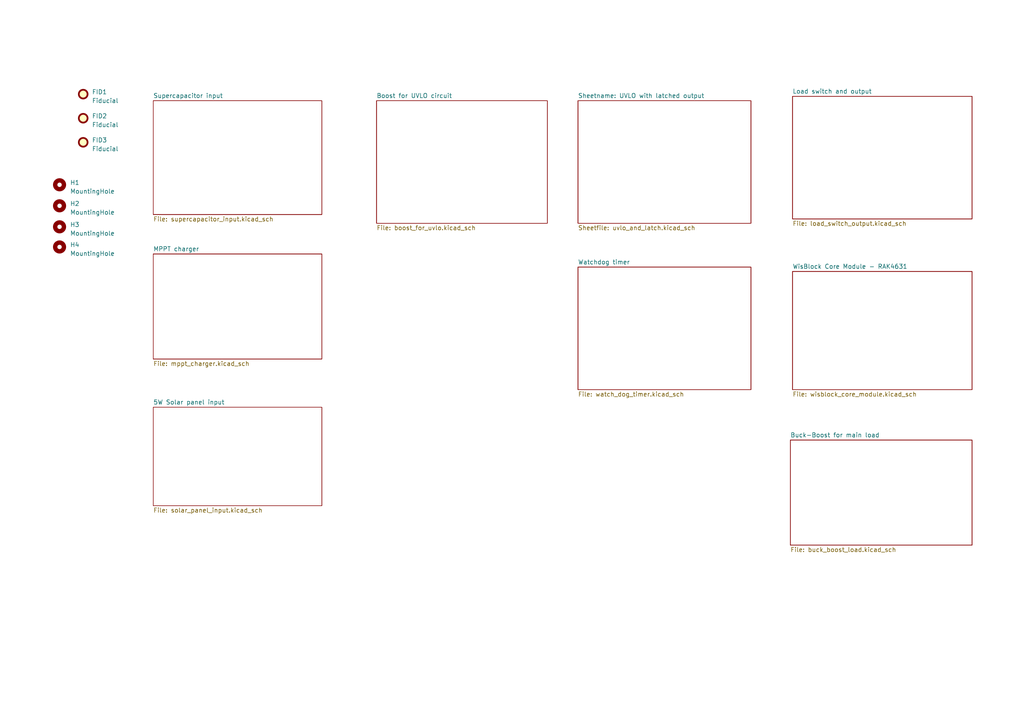
<source format=kicad_sch>
(kicad_sch (version 20230121) (generator eeschema)
  (paper "A4")
  (title_block (title "Suntastic board") (date "2024-02-07") (rev "1") (comment 1 "An ultra low-power management board for meshtastic solar repeater devices.  "))
  (lib_symbols
    (symbol "Mechanical:Fiducial"
      (property "Reference" "FID" (at 0 5.08 0))
      (property "Value" "Fiducial" (at 0 3.175 0))
      (symbol "Fiducial_0_1"
        (circle (center 0 0) (radius 1.27) (stroke (width 0.508)) (fill (type background)))
      )
    )
    (symbol "Mechanical:MountingHole" (pin_names (offset 1.016))
      (property "Reference" "H" (at 0 5.08 0))
      (property "Value" "MountingHole" (at 0 3.175 0))
      (symbol "MountingHole_0_1"
        (circle (center 0 0) (radius 1.27) (stroke (width 1.27)))
      )
    )
  )
  (symbol (lib_id "Mechanical:Fiducial") (at 24.13 41.275 0) (unit 1)
    (property "Reference" "FID3" (at 26.67 40.64 0) (effects (justify left)))
    (property "Value" "Fiducial" (at 26.67 43.18 0) (effects (justify left)))
    (property "Footprint" "Fiducial:Fiducial_1mm_Mask3mm" (effects hide))
  )
  (symbol (lib_id "Mechanical:MountingHole") (at 17.272 65.786 0) (unit 1)
    (property "Reference" "H3" (at 20.32 65.151 0) (effects (justify left)))
    (property "Value" "MountingHole" (at 20.32 67.691 0) (effects (justify left)))
    (property "Footprint" "MountingHole:MountingHole_3mm_Pad" (effects hide))
  )
  (symbol (lib_id "Mechanical:Fiducial") (at 24.13 27.305 0) (unit 1)
    (property "Reference" "FID1" (at 26.67 26.67 0) (effects (justify left)))
    (property "Value" "Fiducial" (at 26.67 29.21 0) (effects (justify left)))
    (property "Footprint" "Fiducial:Fiducial_1mm_Mask3mm" (effects hide))
  )
  (symbol (lib_id "Mechanical:MountingHole") (at 17.272 71.628 0) (unit 1)
    (property "Reference" "H4" (at 20.32 70.993 0) (effects (justify left)))
    (property "Value" "MountingHole" (at 20.32 73.533 0) (effects (justify left)))
    (property "Footprint" "MountingHole:MountingHole_3mm_Pad" (effects hide))
  )
  (symbol (lib_id "Mechanical:MountingHole") (at 17.272 59.69 0) (unit 1)
    (property "Reference" "H2" (at 20.32 59.055 0) (effects (justify left)))
    (property "Value" "MountingHole" (at 20.32 61.595 0) (effects (justify left)))
    (property "Footprint" "MountingHole:MountingHole_3mm_Pad" (effects hide))
  )
  (symbol (lib_id "Mechanical:MountingHole") (at 17.272 53.594 0) (unit 1)
    (property "Reference" "H1" (at 20.32 52.959 0) (effects (justify left)))
    (property "Value" "MountingHole" (at 20.32 55.499 0) (effects (justify left)))
    (property "Footprint" "MountingHole:MountingHole_3mm_Pad" (effects hide))
  )
  (symbol (lib_id "Mechanical:Fiducial") (at 24.13 34.29 0) (unit 1)
    (property "Reference" "FID2" (at 26.67 33.655 0) (effects (justify left)))
    (property "Value" "Fiducial" (at 26.67 36.195 0) (effects (justify left)))
    (property "Footprint" "Fiducial:Fiducial_1mm_Mask3mm" (effects hide))
  )
  (sheet (at 44.45 73.66) (size 48.895 30.48) (stroke (width 0.1524))
    (property "Sheetname" "MPPT charger" (at 44.45 72.9484 0) (effects (justify left bottom)))
    (property "Sheetfile" "mppt_charger.kicad_sch" (at 44.45 104.7246 0) (effects (justify left top)))
  )
  (sheet (at 229.87 27.94) (size 52.07 35.56) (stroke (width 0.1524))
    (property "Sheetname" "Load switch and output" (at 229.87 27.2284 0) (effects (justify left bottom)))
    (property "Sheetfile" "load_switch_output.kicad_sch" (at 229.87 64.0846 0) (effects (justify left top)))
  )
  (sheet (at 109.22 29.21) (size 49.53 35.56) (stroke (width 0.1524))
    (property "Sheetname" "Boost for UVLO circuit" (at 109.22 28.4984 0) (effects (justify left bottom)))
    (property "Sheetfile" "boost_for_uvlo.kicad_sch" (at 109.22 65.3546 0) (effects (justify left top)))
  )
  (sheet (at 167.64 29.21) (size 50.165 35.56) (stroke (width 0.1524))
    (property "Sheetname" "UVLO with latched output" (at 167.64 28.4984 0) (show_name) (effects (justify left bottom)))
    (property "Sheetfile" "uvlo_and_latch.kicad_sch" (at 167.64 65.3546 0) (show_name) (effects (justify left top)))
  )
  (sheet (at 229.87 78.74) (size 52.07 34.29) (stroke (width 0.1524))
    (property "Sheetname" "WisBlock Core Module - RAK4631" (at 229.87 78.0284 0) (effects (justify left bottom)))
    (property "Sheetfile" "wisblock_core_module.kicad_sch" (at 229.87 113.6146 0) (effects (justify left top)))
  )
  (sheet (at 44.45 29.21) (size 48.895 33.02) (stroke (width 0.1524))
    (property "Sheetname" "Supercapacitor input" (at 44.45 28.4984 0) (effects (justify left bottom)))
    (property "Sheetfile" "supercapacitor_input.kicad_sch" (at 44.45 62.8146 0) (effects (justify left top)))
  )
  (sheet (at 167.64 77.47) (size 50.165 35.56) (stroke (width 0.1524))
    (property "Sheetname" "Watchdog timer" (at 167.64 76.7584 0) (effects (justify left bottom)))
    (property "Sheetfile" "watch_dog_timer.kicad_sch" (at 167.64 113.6146 0) (effects (justify left top)))
  )
  (sheet (at 44.45 118.11) (size 48.895 28.575) (stroke (width 0.1524))
    (property "Sheetname" "5W Solar panel input" (at 44.45 117.3984 0) (effects (justify left bottom)))
    (property "Sheetfile" "solar_panel_input.kicad_sch" (at 44.45 147.2696 0) (effects (justify left top)))
  )
  (sheet (at 229.235 127.635) (size 52.705 30.48) (stroke (width 0.1524))
    (property "Sheetname" "Buck-Boost for main load" (at 229.235 126.9234 0) (effects (justify left bottom)))
    (property "Sheetfile" "buck_boost_load.kicad_sch" (at 229.235 158.6996 0) (effects (justify left top)))
  )
)
</source>
